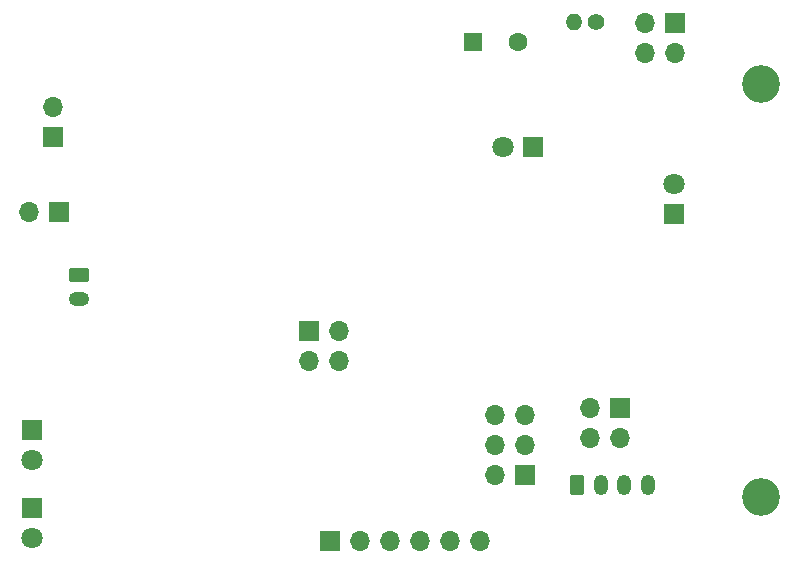
<source format=gbr>
%TF.GenerationSoftware,KiCad,Pcbnew,8.0.9-8.0.9-0~ubuntu24.04.1*%
%TF.CreationDate,2025-03-05T09:12:54+01:00*%
%TF.ProjectId,SpeedometerV1,53706565-646f-46d6-9574-657256312e6b,V2*%
%TF.SameCoordinates,Original*%
%TF.FileFunction,Soldermask,Bot*%
%TF.FilePolarity,Negative*%
%FSLAX46Y46*%
G04 Gerber Fmt 4.6, Leading zero omitted, Abs format (unit mm)*
G04 Created by KiCad (PCBNEW 8.0.9-8.0.9-0~ubuntu24.04.1) date 2025-03-05 09:12:54*
%MOMM*%
%LPD*%
G01*
G04 APERTURE LIST*
G04 Aperture macros list*
%AMRoundRect*
0 Rectangle with rounded corners*
0 $1 Rounding radius*
0 $2 $3 $4 $5 $6 $7 $8 $9 X,Y pos of 4 corners*
0 Add a 4 corners polygon primitive as box body*
4,1,4,$2,$3,$4,$5,$6,$7,$8,$9,$2,$3,0*
0 Add four circle primitives for the rounded corners*
1,1,$1+$1,$2,$3*
1,1,$1+$1,$4,$5*
1,1,$1+$1,$6,$7*
1,1,$1+$1,$8,$9*
0 Add four rect primitives between the rounded corners*
20,1,$1+$1,$2,$3,$4,$5,0*
20,1,$1+$1,$4,$5,$6,$7,0*
20,1,$1+$1,$6,$7,$8,$9,0*
20,1,$1+$1,$8,$9,$2,$3,0*%
G04 Aperture macros list end*
%ADD10R,1.800000X1.800000*%
%ADD11C,1.800000*%
%ADD12R,1.700000X1.700000*%
%ADD13O,1.700000X1.700000*%
%ADD14C,3.200000*%
%ADD15C,1.400000*%
%ADD16O,1.400000X1.400000*%
%ADD17R,1.600000X1.600000*%
%ADD18C,1.600000*%
%ADD19RoundRect,0.250000X-0.350000X-0.625000X0.350000X-0.625000X0.350000X0.625000X-0.350000X0.625000X0*%
%ADD20O,1.200000X1.750000*%
%ADD21RoundRect,0.250000X-0.625000X0.350000X-0.625000X-0.350000X0.625000X-0.350000X0.625000X0.350000X0*%
%ADD22O,1.750000X1.200000*%
G04 APERTURE END LIST*
D10*
%TO.C,Q4*%
X37843750Y-79290000D03*
D11*
X37843750Y-81830000D03*
%TD*%
D12*
%TO.C,J6*%
X87600000Y-70860000D03*
D13*
X87600000Y-73400000D03*
X85060000Y-70860000D03*
X85060000Y-73400000D03*
%TD*%
D12*
%TO.C,J2*%
X39600000Y-47940000D03*
D13*
X39600000Y-45400000D03*
%TD*%
D14*
%TO.C,H1*%
X99600000Y-78400000D03*
%TD*%
%TO.C,H2*%
X99600000Y-43400000D03*
%TD*%
D15*
%TO.C,TH1*%
X85600000Y-38165000D03*
D16*
X83700000Y-38165000D03*
%TD*%
D12*
%TO.C,J8*%
X79615000Y-76555000D03*
D13*
X77075000Y-76555000D03*
X79615000Y-74015000D03*
X77075000Y-74015000D03*
X79615000Y-71475000D03*
X77075000Y-71475000D03*
%TD*%
D17*
%TO.C,C2*%
X75210000Y-39880000D03*
D18*
X79010000Y-39880000D03*
%TD*%
D19*
%TO.C,J9*%
X84000000Y-77400000D03*
D20*
X86000000Y-77400000D03*
X88000000Y-77400000D03*
X90000000Y-77400000D03*
%TD*%
D10*
%TO.C,Q1*%
X92200000Y-54400000D03*
D11*
X92200000Y-51860000D03*
%TD*%
D10*
%TO.C,Q2*%
X37843750Y-72750000D03*
D11*
X37843750Y-75290000D03*
%TD*%
D10*
%TO.C,Q3*%
X80300000Y-48760000D03*
D11*
X77760000Y-48760000D03*
%TD*%
D12*
%TO.C,J1*%
X92325000Y-38275000D03*
D13*
X92325000Y-40815000D03*
X89785000Y-38275000D03*
X89785000Y-40815000D03*
%TD*%
D21*
%TO.C,J4*%
X41850000Y-59600000D03*
D22*
X41850000Y-61600000D03*
%TD*%
D12*
%TO.C,J5*%
X40140000Y-54275000D03*
D13*
X37600000Y-54275000D03*
%TD*%
D12*
%TO.C,J3*%
X63105000Y-82165000D03*
D13*
X65645000Y-82165000D03*
X68185000Y-82165000D03*
X70725000Y-82165000D03*
X73265000Y-82165000D03*
X75805000Y-82165000D03*
%TD*%
D12*
%TO.C,J7*%
X61325000Y-64375000D03*
D13*
X63865000Y-64375000D03*
X61325000Y-66915000D03*
X63865000Y-66915000D03*
%TD*%
M02*

</source>
